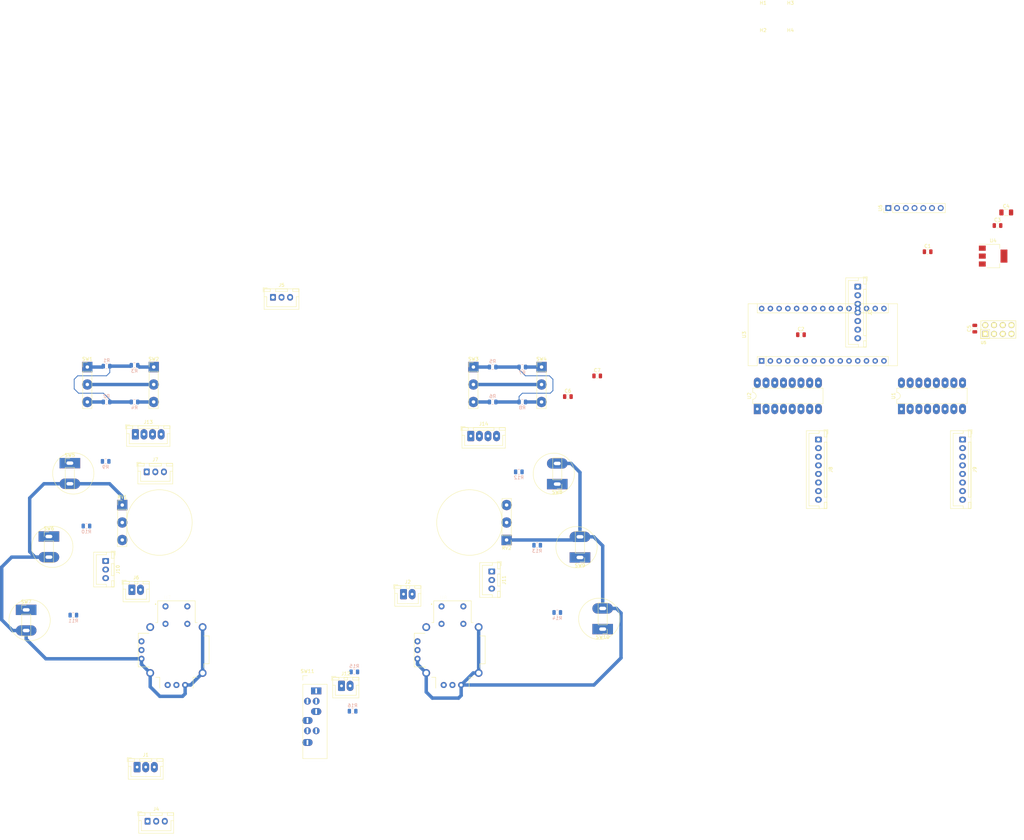
<source format=kicad_pcb>
(kicad_pcb (version 20171130) (host pcbnew 5.1.5)
  (layers (0 F.Cu signal) (31 B.Cu signal) (34 B.Paste user) (35 F.Paste user) (36 B.SilkS user) (37 F.SilkS user) (38 B.Mask user) (39 F.Mask user) (44 Edge.Cuts user))
  (net 0 "")
  (net 1 GND)
  (net 2 +5V)
  (net 3 +3V3)
  (net 4 A4)
  (net 5 A6)
  (net 6 PL)
  (net 7 "Net-(U1-Pad9)")
  (net 8 CP)
  (net 9 "Net-(U1-Pad7)")
  (net 10 "Net-(U2-Pad7)")
  (net 11 Q7)
  (net 12 "Net-(U3-Pad1)")
  (net 13 "Net-(U3-Pad17)")
  (net 14 "Net-(U3-Pad2)")
  (net 15 "Net-(U3-Pad18)")
  (net 16 "Net-(U3-Pad3)")
  (net 17 CS)
  (net 18 DC)
  (net 19 RESET)
  (net 20 SDA)
  (net 21 SCK)
  (net 22 CE)
  (net 23 CSN)
  (net 24 "Net-(U3-Pad28)")
  (net 25 MOSI)
  (net 26 "Net-(U3-Pad30)")
  (net 27 MISO)
  (net 28 "Net-(U5-Pad8)")
  (net 29 "Net-(U7-PadB2A)")
  (net 30 "Net-(U7-PadB1A)")
  (net 31 "Net-(U8-PadB1A)")
  (net 32 "Net-(U8-PadB2A)")
  (net 33 P6)
  (net 34 P7)
  (net 35 "Net-(SW11-Pad5)")
  (net 36 "Net-(J2-Pad1)")
  (net 37 "Net-(J2-Pad2)")
  (net 38 "Net-(J3-Pad7)")
  (net 39 "Net-(J3-Pad6)")
  (net 40 "Net-(J3-Pad5)")
  (net 41 "Net-(J3-Pad4)")
  (net 42 "Net-(J3-Pad3)")
  (net 43 "Net-(J3-Pad2)")
  (net 44 "Net-(J3-Pad1)")
  (net 45 A5)
  (net 46 "Net-(J6-Pad2)")
  (net 47 "Net-(J6-Pad1)")
  (net 48 "Net-(J8-Pad1)")
  (net 49 "Net-(J8-Pad2)")
  (net 50 "Net-(J8-Pad3)")
  (net 51 "Net-(J8-Pad4)")
  (net 52 "Net-(J8-Pad5)")
  (net 53 "Net-(J8-Pad6)")
  (net 54 "Net-(J8-Pad7)")
  (net 55 "Net-(J8-Pad8)")
  (net 56 "Net-(J9-Pad1)")
  (net 57 "Net-(J9-Pad2)")
  (net 58 "Net-(J9-Pad3)")
  (net 59 "Net-(J9-Pad4)")
  (net 60 "Net-(J9-Pad5)")
  (net 61 "Net-(J9-Pad6)")
  (net 62 "Net-(J9-Pad7)")
  (net 63 "Net-(J9-Pad8)")
  (net 64 BAT)
  (net 65 "Net-(J10-Pad1)")
  (net 66 "Net-(J10-Pad2)")
  (net 67 "Net-(J10-Pad3)")
  (net 68 "Net-(J11-Pad3)")
  (net 69 "Net-(J11-Pad2)")
  (net 70 "Net-(J11-Pad1)")
  (net 71 "Net-(J13-Pad4)")
  (net 72 "Net-(J13-Pad3)")
  (net 73 "Net-(J13-Pad2)")
  (net 74 "Net-(J13-Pad1)")
  (net 75 "Net-(J14-Pad1)")
  (net 76 "Net-(J14-Pad2)")
  (net 77 "Net-(J14-Pad3)")
  (net 78 "Net-(J14-Pad4)")
  (module Capacitor_SMD:C_0805_2012Metric (layer F.Cu) (at 304.8 101.6)
    (fp_text reference C1 (at 0 -1.65) (layer F.SilkS))
    (fp_text value 1u)
    (pad 2 smd roundrect (at 0.9375 0) (size 0.975 1.4) (layers F.Cu F.Paste F.Mask) (net 1 GND))
    (pad 1 smd roundrect (at -0.9375 0) (size 0.975 1.4) (layers F.Cu F.Paste F.Mask) (net 2 +5V))
  )
  (module Capacitor_SMD:C_0805_2012Metric (layer F.Cu) (at 267.97 125.73)
    (fp_text reference C2 (at 0 -1.65) (layer F.SilkS))
    (fp_text value 1u)
    (pad 1 smd roundrect (at -0.9375 0) (size 0.975 1.4) (layers F.Cu F.Paste F.Mask) (net 2 +5V))
    (pad 2 smd roundrect (at 0.9375 0) (size 0.975 1.4) (layers F.Cu F.Paste F.Mask) (net 1 GND))
  )
  (module Capacitor_SMD:C_0805_2012Metric (layer F.Cu) (at 325.12 93.98)
    (fp_text reference C3 (at 0 -1.65) (layer F.SilkS))
    (fp_text value 1u)
    (pad 2 smd roundrect (at 0.9375 0) (size 0.975 1.4) (layers F.Cu F.Paste F.Mask) (net 1 GND))
    (pad 1 smd roundrect (at -0.9375 0) (size 0.975 1.4) (layers F.Cu F.Paste F.Mask) (net 2 +5V))
  )
  (module Capacitor_SMD:C_1206_3216Metric (layer F.Cu) (at 327.66 90.17)
    (fp_text reference C4 (at 0 -1.82) (layer F.SilkS))
    (fp_text value 22u)
    (pad 1 smd roundrect (at -1.4 0) (size 1.25 1.75) (layers F.Cu F.Paste F.Mask) (roundrect_rratio 0.2) (net 3 +3V3))
    (pad 2 smd roundrect (at 1.4 0) (size 1.25 1.75) (layers F.Cu F.Paste F.Mask) (roundrect_rratio 0.2) (net 1 GND))
  )
  (module Capacitor_SMD:C_0805_2012Metric (layer F.Cu) (at 318.516 123.952 90)
    (fp_text reference C5 (at 0 -1.65 90) (layer F.SilkS))
    (fp_text value 1u)
    (pad 1 smd roundrect (at -0.9375 0 90) (size 0.975 1.4) (layers F.Cu F.Paste F.Mask) (net 1 GND))
    (pad 2 smd roundrect (at 0.9375 0 90) (size 0.975 1.4) (layers F.Cu F.Paste F.Mask) (net 3 +3V3))
  )
  (module Capacitor_SMD:C_0805_2012Metric (layer F.Cu) (at 200.193001 143.725001)
    (fp_text reference C6 (at 0 -1.65) (layer F.SilkS))
    (fp_text value 100n)
    (pad 2 smd roundrect (at 0.9375 0) (size 0.975 1.4) (layers F.Cu F.Paste F.Mask) (net 1 GND))
    (pad 1 smd roundrect (at -0.9375 0) (size 0.975 1.4) (layers F.Cu F.Paste F.Mask) (net 2 +5V))
  )
  (module Capacitor_SMD:C_0805_2012Metric (layer F.Cu) (at 208.713001 137.715001)
    (fp_text reference C7 (at 0 -1.65) (layer F.SilkS))
    (fp_text value 100n)
    (pad 1 smd roundrect (at -0.9375 0) (size 0.975 1.4) (layers F.Cu F.Paste F.Mask) (net 2 +5V))
    (pad 2 smd roundrect (at 0.9375 0) (size 0.975 1.4) (layers F.Cu F.Paste F.Mask) (net 1 GND))
  )
  (module Resistor_SMD:R_0805_2012Metric (layer B.Cu) (at 66.04 134.874 180)
    (fp_text reference R1 (at 0 1.65) (layer B.SilkS) (effects (justify mirror)))
    (fp_text value 10k)
    (pad 1 smd roundrect (at -0.9375 0 180) (size 0.975 1.4) (layers B.Cu B.Paste B.Mask) (net 2 +5V))
    (pad 2 smd roundrect (at 0.9375 0 180) (size 0.975 1.4) (layers B.Cu B.Paste B.Mask) (net 74 "Net-(J13-Pad1)"))
  )
  (module Resistor_SMD:R_0805_2012Metric (layer B.Cu) (at 66.04 145.288 180)
    (fp_text reference R2 (at 0 1.65) (layer B.SilkS) (effects (justify mirror)))
    (fp_text value 10k)
    (pad 2 smd roundrect (at 0.9375 0 180) (size 0.975 1.4) (layers B.Cu B.Paste B.Mask) (net 73 "Net-(J13-Pad2)"))
    (pad 1 smd roundrect (at -0.9375 0 180) (size 0.975 1.4) (layers B.Cu B.Paste B.Mask) (net 2 +5V))
  )
  (module Resistor_SMD:R_0805_2012Metric (layer B.Cu) (at 74.168 134.62)
    (fp_text reference R3 (at 0 1.65) (layer B.SilkS) (effects (justify mirror)))
    (fp_text value 10k)
    (pad 1 smd roundrect (at -0.9375 0) (size 0.975 1.4) (layers B.Cu B.Paste B.Mask) (net 2 +5V))
    (pad 2 smd roundrect (at 0.9375 0) (size 0.975 1.4) (layers B.Cu B.Paste B.Mask) (net 72 "Net-(J13-Pad3)"))
  )
  (module Resistor_SMD:R_0805_2012Metric (layer B.Cu) (at 74.168 145.288)
    (fp_text reference R4 (at 0 1.65) (layer B.SilkS) (effects (justify mirror)))
    (fp_text value 10k)
    (pad 2 smd roundrect (at 0.9375 0) (size 0.975 1.4) (layers B.Cu B.Paste B.Mask) (net 71 "Net-(J13-Pad4)"))
    (pad 1 smd roundrect (at -0.9375 0) (size 0.975 1.4) (layers B.Cu B.Paste B.Mask) (net 2 +5V))
  )
  (module Resistor_SMD:R_0805_2012Metric (layer B.Cu) (at 178.308 135.128 180)
    (fp_text reference R5 (at 0 1.65) (layer B.SilkS) (effects (justify mirror)))
    (fp_text value 10k)
    (pad 1 smd roundrect (at -0.9375 0 180) (size 0.975 1.4) (layers B.Cu B.Paste B.Mask) (net 2 +5V))
    (pad 2 smd roundrect (at 0.9375 0 180) (size 0.975 1.4) (layers B.Cu B.Paste B.Mask) (net 75 "Net-(J14-Pad1)"))
  )
  (module Resistor_SMD:R_0805_2012Metric (layer B.Cu) (at 178.308 145.288 180)
    (fp_text reference R6 (at 0 1.65) (layer B.SilkS) (effects (justify mirror)))
    (fp_text value 10k)
    (pad 2 smd roundrect (at 0.9375 0 180) (size 0.975 1.4) (layers B.Cu B.Paste B.Mask) (net 76 "Net-(J14-Pad2)"))
    (pad 1 smd roundrect (at -0.9375 0 180) (size 0.975 1.4) (layers B.Cu B.Paste B.Mask) (net 2 +5V))
  )
  (module Resistor_SMD:R_0805_2012Metric (layer B.Cu) (at 186.944 135.128)
    (fp_text reference R7 (at 0 1.65) (layer B.SilkS) (effects (justify mirror)))
    (fp_text value 10k)
    (pad 1 smd roundrect (at -0.9375 0) (size 0.975 1.4) (layers B.Cu B.Paste B.Mask) (net 2 +5V))
    (pad 2 smd roundrect (at 0.9375 0) (size 0.975 1.4) (layers B.Cu B.Paste B.Mask) (net 77 "Net-(J14-Pad3)"))
  )
  (module Resistor_SMD:R_0805_2012Metric (layer B.Cu) (at 186.944 145.288)
    (fp_text reference R8 (at 0 1.65) (layer B.SilkS) (effects (justify mirror)))
    (fp_text value 10k)
    (pad 1 smd roundrect (at -0.9375 0) (size 0.975 1.4) (layers B.Cu B.Paste B.Mask) (net 2 +5V))
    (pad 2 smd roundrect (at 0.9375 0) (size 0.975 1.4) (layers B.Cu B.Paste B.Mask) (net 78 "Net-(J14-Pad4)"))
  )
  (module Resistor_SMD:R_0805_2012Metric (layer B.Cu) (at 65.786 162.56)
    (fp_text reference R9 (at 0 1.65) (layer B.SilkS) (effects (justify mirror)))
    (fp_text value 10K)
    (pad 2 smd roundrect (at 0.9375 0) (size 0.975 1.4) (layers B.Cu B.Paste B.Mask) (net 65 "Net-(J10-Pad1)"))
    (pad 1 smd roundrect (at -0.9375 0) (size 0.975 1.4) (layers B.Cu B.Paste B.Mask) (net 2 +5V))
  )
  (module Resistor_SMD:R_0805_2012Metric (layer B.Cu) (at 60.198 181.356)
    (fp_text reference R10 (at 0 1.65) (layer B.SilkS) (effects (justify mirror)))
    (fp_text value 10K)
    (pad 2 smd roundrect (at 0.9375 0) (size 0.975 1.4) (layers B.Cu B.Paste B.Mask) (net 66 "Net-(J10-Pad2)"))
    (pad 1 smd roundrect (at -0.9375 0) (size 0.975 1.4) (layers B.Cu B.Paste B.Mask) (net 2 +5V))
  )
  (module Resistor_SMD:R_0805_2012Metric (layer B.Cu) (at 56.388 207.264)
    (fp_text reference R11 (at 0 1.65) (layer B.SilkS) (effects (justify mirror)))
    (fp_text value 10K)
    (pad 2 smd roundrect (at 0.9375 0) (size 0.975 1.4) (layers B.Cu B.Paste B.Mask) (net 67 "Net-(J10-Pad3)"))
    (pad 1 smd roundrect (at -0.9375 0) (size 0.975 1.4) (layers B.Cu B.Paste B.Mask) (net 2 +5V))
  )
  (module Resistor_SMD:R_0805_2012Metric (layer B.Cu) (at 185.928 165.608)
    (fp_text reference R12 (at 0 1.65) (layer B.SilkS) (effects (justify mirror)))
    (fp_text value 10K)
    (pad 1 smd roundrect (at -0.9375 0) (size 0.975 1.4) (layers B.Cu B.Paste B.Mask) (net 2 +5V))
    (pad 2 smd roundrect (at 0.9375 0) (size 0.975 1.4) (layers B.Cu B.Paste B.Mask) (net 70 "Net-(J11-Pad1)"))
  )
  (module Remote:Switch_1x03_P5.08mm (layer F.Cu) (at 60.452 135.128)
    (fp_text reference SW1 (at 0 -2.33) (layer F.SilkS))
    (fp_text value SW_SPDT_MSM)
    (pad 3 thru_hole oval (at 0 10.16) (size 3 3) (drill 1) (layers *.Cu *.Mask) (net 73 "Net-(J13-Pad2)"))
    (pad 2 thru_hole oval (at 0 5.08) (size 3 3) (drill 1) (layers *.Cu *.Mask) (net 1 GND))
    (pad 1 thru_hole rect (at 0 0) (size 3 3) (drill 1) (layers *.Cu *.Mask) (net 74 "Net-(J13-Pad1)"))
  )
  (module Remote:Switch_1x03_P5.08mm (layer F.Cu) (at 79.756 135.128)
    (fp_text reference SW2 (at 0 -2.33) (layer F.SilkS))
    (fp_text value SW_SPDT_MSM)
    (pad 1 thru_hole rect (at 0 0) (size 3 3) (drill 1) (layers *.Cu *.Mask) (net 72 "Net-(J13-Pad3)"))
    (pad 2 thru_hole oval (at 0 5.08) (size 3 3) (drill 1) (layers *.Cu *.Mask) (net 1 GND))
    (pad 3 thru_hole oval (at 0 10.16) (size 3 3) (drill 1) (layers *.Cu *.Mask) (net 71 "Net-(J13-Pad4)"))
  )
  (module Remote:Switch_1x03_P5.08mm (layer F.Cu) (at 172.72 135.128)
    (fp_text reference SW3 (at 0 -2.33) (layer F.SilkS))
    (fp_text value SW_SPDT_MSM)
    (pad 3 thru_hole oval (at 0 10.16) (size 3 3) (drill 1) (layers *.Cu *.Mask) (net 76 "Net-(J14-Pad2)"))
    (pad 2 thru_hole oval (at 0 5.08) (size 3 3) (drill 1) (layers *.Cu *.Mask) (net 1 GND))
    (pad 1 thru_hole rect (at 0 0) (size 3 3) (drill 1) (layers *.Cu *.Mask) (net 75 "Net-(J14-Pad1)"))
  )
  (module Remote:Switch_1x03_P5.08mm (layer F.Cu) (at 192.532 135.128)
    (fp_text reference SW4 (at 0 -2.33) (layer F.SilkS))
    (fp_text value SW_SPDT_MSM)
    (pad 1 thru_hole rect (at 0 0) (size 3 3) (drill 1) (layers *.Cu *.Mask) (net 77 "Net-(J14-Pad3)"))
    (pad 2 thru_hole oval (at 0 5.08) (size 3 3) (drill 1) (layers *.Cu *.Mask) (net 1 GND))
    (pad 3 thru_hole oval (at 0 10.16) (size 3 3) (drill 1) (layers *.Cu *.Mask) (net 78 "Net-(J14-Pad4)"))
  )
  (module Module:Arduino_Nano (layer F.Cu) (at 256.54 133.35 90)
    (fp_text reference U3 (at 7.62 -5.08 90) (layer F.SilkS))
    (fp_text value Arduino_Nano_v3.x)
    (pad 1 thru_hole rect (at 0 0 90) (size 1.6 1.6) (drill 0.8) (layers *.Cu *.Mask) (net 12 "Net-(U3-Pad1)"))
    (pad 17 thru_hole oval (at 15.24 33.02 90) (size 1.6 1.6) (drill 0.8) (layers *.Cu *.Mask) (net 13 "Net-(U3-Pad17)"))
    (pad 2 thru_hole oval (at 0 2.54 90) (size 1.6 1.6) (drill 0.8) (layers *.Cu *.Mask) (net 14 "Net-(U3-Pad2)"))
    (pad 18 thru_hole oval (at 15.24 30.48 90) (size 1.6 1.6) (drill 0.8) (layers *.Cu *.Mask) (net 15 "Net-(U3-Pad18)"))
    (pad 3 thru_hole oval (at 0 5.08 90) (size 1.6 1.6) (drill 0.8) (layers *.Cu *.Mask) (net 16 "Net-(U3-Pad3)"))
    (pad 19 thru_hole oval (at 15.24 27.94 90) (size 1.6 1.6) (drill 0.8) (layers *.Cu *.Mask) (net 44 "Net-(J3-Pad1)"))
    (pad 4 thru_hole oval (at 0 7.62 90) (size 1.6 1.6) (drill 0.8) (layers *.Cu *.Mask) (net 1 GND))
    (pad 20 thru_hole oval (at 15.24 25.4 90) (size 1.6 1.6) (drill 0.8) (layers *.Cu *.Mask) (net 43 "Net-(J3-Pad2)"))
    (pad 5 thru_hole oval (at 0 10.16 90) (size 1.6 1.6) (drill 0.8) (layers *.Cu *.Mask) (net 17 CS))
    (pad 21 thru_hole oval (at 15.24 22.86 90) (size 1.6 1.6) (drill 0.8) (layers *.Cu *.Mask) (net 42 "Net-(J3-Pad3)"))
    (pad 6 thru_hole oval (at 0 12.7 90) (size 1.6 1.6) (drill 0.8) (layers *.Cu *.Mask) (net 18 DC))
    (pad 22 thru_hole oval (at 15.24 20.32 90) (size 1.6 1.6) (drill 0.8) (layers *.Cu *.Mask) (net 41 "Net-(J3-Pad4)"))
    (pad 7 thru_hole oval (at 0 15.24 90) (size 1.6 1.6) (drill 0.8) (layers *.Cu *.Mask) (net 19 RESET))
    (pad 23 thru_hole oval (at 15.24 17.78 90) (size 1.6 1.6) (drill 0.8) (layers *.Cu *.Mask) (net 40 "Net-(J3-Pad5)"))
    (pad 8 thru_hole oval (at 0 17.78 90) (size 1.6 1.6) (drill 0.8) (layers *.Cu *.Mask) (net 20 SDA))
    (pad 24 thru_hole oval (at 15.24 15.24 90) (size 1.6 1.6) (drill 0.8) (layers *.Cu *.Mask) (net 39 "Net-(J3-Pad6)"))
    (pad 9 thru_hole oval (at 0 20.32 90) (size 1.6 1.6) (drill 0.8) (layers *.Cu *.Mask) (net 21 SCK))
    (pad 25 thru_hole oval (at 15.24 12.7 90) (size 1.6 1.6) (drill 0.8) (layers *.Cu *.Mask) (net 38 "Net-(J3-Pad7)"))
    (pad 10 thru_hole oval (at 0 22.86 90) (size 1.6 1.6) (drill 0.8) (layers *.Cu *.Mask) (net 22 CE))
    (pad 26 thru_hole oval (at 15.24 10.16 90) (size 1.6 1.6) (drill 0.8) (layers *.Cu *.Mask) (net 6 PL))
    (pad 11 thru_hole oval (at 0 25.4 90) (size 1.6 1.6) (drill 0.8) (layers *.Cu *.Mask) (net 23 CSN))
    (pad 27 thru_hole oval (at 15.24 7.62 90) (size 1.6 1.6) (drill 0.8) (layers *.Cu *.Mask) (net 2 +5V))
    (pad 12 thru_hole oval (at 0 27.94 90) (size 1.6 1.6) (drill 0.8) (layers *.Cu *.Mask) (net 8 CP))
    (pad 28 thru_hole oval (at 15.24 5.08 90) (size 1.6 1.6) (drill 0.8) (layers *.Cu *.Mask) (net 24 "Net-(U3-Pad28)"))
    (pad 13 thru_hole oval (at 0 30.48 90) (size 1.6 1.6) (drill 0.8) (layers *.Cu *.Mask) (net 11 Q7))
    (pad 29 thru_hole oval (at 15.24 2.54 90) (size 1.6 1.6) (drill 0.8) (layers *.Cu *.Mask) (net 1 GND))
    (pad 14 thru_hole oval (at 0 33.02 90) (size 1.6 1.6) (drill 0.8) (layers *.Cu *.Mask) (net 25 MOSI))
    (pad 30 thru_hole oval (at 15.24 0 90) (size 1.6 1.6) (drill 0.8) (layers *.Cu *.Mask) (net 26 "Net-(U3-Pad30)"))
    (pad 15 thru_hole oval (at 0 35.56 90) (size 1.6 1.6) (drill 0.8) (layers *.Cu *.Mask) (net 27 MISO))
    (pad 16 thru_hole oval (at 15.24 35.56 90) (size 1.6 1.6) (drill 0.8) (layers *.Cu *.Mask) (net 21 SCK))
  )
  (module Package_TO_SOT_SMD:SOT-223 (layer F.Cu) (at 323.85 102.87)
    (fp_text reference U4 (at 0 -4.5) (layer F.SilkS))
    (fp_text value AP1117)
    (pad 4 smd rect (at 3.15 0) (size 2 3.8) (layers F.Cu F.Paste F.Mask) (net 3 +3V3))
    (pad 2 smd rect (at -3.15 0) (size 2 1.5) (layers F.Cu F.Paste F.Mask) (net 3 +3V3))
    (pad 3 smd rect (at -3.15 2.3) (size 2 1.5) (layers F.Cu F.Paste F.Mask) (net 2 +5V))
    (pad 1 smd rect (at -3.15 -2.3) (size 2 1.5) (layers F.Cu F.Paste F.Mask) (net 1 GND))
  )
  (module Remote:XDCR_COM-09032 (layer F.Cu) (at 86.36 217.424)
    (fp_text reference U7 (at -2.625 -15.235) (layer F.SilkS) (effects (font (thickness 0.015))))
    (fp_text value COM-09032)
    (pad V3 thru_hole circle (at -10.16 2.54) (size 1.778 1.778) (drill 0.889) (layers *.Cu *.Mask) (net 1 GND))
    (pad V2 thru_hole circle (at -10.16 0) (size 1.778 1.778) (drill 0.889) (layers *.Cu *.Mask) (net 47 "Net-(J6-Pad1)"))
    (pad V1 thru_hole circle (at -10.16 -2.54) (size 1.778 1.778) (drill 0.889) (layers *.Cu *.Mask) (net 2 +5V))
    (pad S4 thru_hole circle (at 7.62 -6.6675) (size 2.286 2.286) (drill 1.397) (layers *.Cu *.Mask) (net 1 GND))
    (pad S3 thru_hole circle (at 7.62 6.6675) (size 2.286 2.286) (drill 1.397) (layers *.Cu *.Mask) (net 1 GND))
    (pad S2 thru_hole circle (at -7.62 6.6675) (size 2.286 2.286) (drill 1.397) (layers *.Cu *.Mask) (net 1 GND))
    (pad S1 thru_hole circle (at -7.62 -6.6675) (size 2.286 2.286) (drill 1.397) (layers *.Cu *.Mask) (net 1 GND))
    (pad H3 thru_hole circle (at 2.54 10.16) (size 1.778 1.778) (drill 0.889) (layers *.Cu *.Mask) (net 1 GND))
    (pad H2 thru_hole circle (at 0 10.16) (size 1.778 1.778) (drill 0.889) (layers *.Cu *.Mask) (net 46 "Net-(J6-Pad2)"))
    (pad H1 thru_hole circle (at -2.54 10.16) (size 1.778 1.778) (drill 0.889) (layers *.Cu *.Mask) (net 2 +5V))
    (pad B2B thru_hole circle (at 3.175 -7.62) (size 1.778 1.778) (drill 0.9) (layers *.Cu *.Mask))
    (pad B2A thru_hole circle (at -3.175 -7.62) (size 1.778 1.778) (drill 0.9) (layers *.Cu *.Mask) (net 29 "Net-(U7-PadB2A)"))
    (pad B1B thru_hole circle (at 3.175 -12.7) (size 1.778 1.778) (drill 0.9) (layers *.Cu *.Mask))
    (pad B1A thru_hole circle (at -3.175 -12.7) (size 1.778 1.778) (drill 0.9) (layers *.Cu *.Mask) (net 30 "Net-(U7-PadB1A)"))
  )
  (module Remote:XDCR_COM-09032 (layer F.Cu) (at 166.624 217.424)
    (fp_text reference U8 (at -2.625 -15.235) (layer F.SilkS) (effects (font (thickness 0.015))))
    (fp_text value COM-09032)
    (pad B1A thru_hole circle (at -3.175 -12.7) (size 1.778 1.778) (drill 0.9) (layers *.Cu *.Mask) (net 31 "Net-(U8-PadB1A)"))
    (pad B1B thru_hole circle (at 3.175 -12.7) (size 1.778 1.778) (drill 0.9) (layers *.Cu *.Mask))
    (pad B2A thru_hole circle (at -3.175 -7.62) (size 1.778 1.778) (drill 0.9) (layers *.Cu *.Mask) (net 32 "Net-(U8-PadB2A)"))
    (pad B2B thru_hole circle (at 3.175 -7.62) (size 1.778 1.778) (drill 0.9) (layers *.Cu *.Mask))
    (pad H1 thru_hole circle (at -2.54 10.16) (size 1.778 1.778) (drill 0.889) (layers *.Cu *.Mask) (net 2 +5V))
    (pad H2 thru_hole circle (at 0 10.16) (size 1.778 1.778) (drill 0.889) (layers *.Cu *.Mask) (net 37 "Net-(J2-Pad2)"))
    (pad H3 thru_hole circle (at 2.54 10.16) (size 1.778 1.778) (drill 0.889) (layers *.Cu *.Mask) (net 1 GND))
    (pad S1 thru_hole circle (at -7.62 -6.6675) (size 2.286 2.286) (drill 1.397) (layers *.Cu *.Mask) (net 1 GND))
    (pad S2 thru_hole circle (at -7.62 6.6675) (size 2.286 2.286) (drill 1.397) (layers *.Cu *.Mask) (net 1 GND))
    (pad S3 thru_hole circle (at 7.62 6.6675) (size 2.286 2.286) (drill 1.397) (layers *.Cu *.Mask) (net 1 GND))
    (pad S4 thru_hole circle (at 7.62 -6.6675) (size 2.286 2.286) (drill 1.397) (layers *.Cu *.Mask) (net 1 GND))
    (pad V1 thru_hole circle (at -10.16 -2.54) (size 1.778 1.778) (drill 0.889) (layers *.Cu *.Mask) (net 2 +5V))
    (pad V2 thru_hole circle (at -10.16 0) (size 1.778 1.778) (drill 0.889) (layers *.Cu *.Mask) (net 36 "Net-(J2-Pad1)"))
    (pad V3 thru_hole circle (at -10.16 2.54) (size 1.778 1.778) (drill 0.889) (layers *.Cu *.Mask) (net 1 GND))
  )
  (module MountingHole:MountingHole_3.2mm_M3 (layer F.Cu) (at 256.967001 33.447001)
    (fp_text reference H1 (at 0 -4.2) (layer F.SilkS))
    (fp_text value MountingHole)
    (pad 1 np_thru_hole circle (at 0 0) (size 3.2 3.2) (drill 3.2) (layers *.Cu *.Mask))
  )
  (module MountingHole:MountingHole_3.2mm_M3 (layer F.Cu) (at 256.967001 41.397001)
    (fp_text reference H2 (at 0 -4.2) (layer F.SilkS))
    (fp_text value MountingHole)
    (pad 1 np_thru_hole circle (at 0 0) (size 3.2 3.2) (drill 3.2) (layers *.Cu *.Mask))
  )
  (module MountingHole:MountingHole_3.2mm_M3 (layer F.Cu) (at 264.917001 33.447001)
    (fp_text reference H3 (at 0 -4.2) (layer F.SilkS))
    (fp_text value MountingHole)
    (pad 1 np_thru_hole circle (at 0 0) (size 3.2 3.2) (drill 3.2) (layers *.Cu *.Mask))
  )
  (module MountingHole:MountingHole_3.2mm_M3 (layer F.Cu) (at 264.917001 41.397001)
    (fp_text reference H4 (at 0 -4.2) (layer F.SilkS))
    (fp_text value MountingHole)
    (pad 1 np_thru_hole circle (at 0 0) (size 3.2 3.2) (drill 3.2) (layers *.Cu *.Mask))
  )
  (module Remote:Display_OLED_7pin_4SPI (layer F.Cu) (at 293.37 88.9 90)
    (fp_text reference U6 (at 0 -2.33 90) (layer F.SilkS))
    (fp_text value OLED_7pin_4SPI)
    (pad 1 thru_hole rect (at 0 0 90) (size 1.7 1.7) (drill 1) (layers *.Cu *.Mask) (net 1 GND))
    (pad 2 thru_hole oval (at 0 2.54 90) (size 1.7 1.7) (drill 1) (layers *.Cu *.Mask) (net 2 +5V))
    (pad 3 thru_hole oval (at 0 5.08 90) (size 1.7 1.7) (drill 1) (layers *.Cu *.Mask) (net 21 SCK))
    (pad 4 thru_hole oval (at 0 7.62 90) (size 1.7 1.7) (drill 1) (layers *.Cu *.Mask) (net 20 SDA))
    (pad 5 thru_hole oval (at 0 10.16 90) (size 1.7 1.7) (drill 1) (layers *.Cu *.Mask) (net 19 RESET))
    (pad 6 thru_hole oval (at 0 12.7 90) (size 1.7 1.7) (drill 1) (layers *.Cu *.Mask) (net 18 DC))
    (pad 7 thru_hole oval (at 0 15.24 90) (size 1.7 1.7) (drill 1) (layers *.Cu *.Mask) (net 17 CS))
  )
  (module Remote:nRF24L01 (layer F.Cu) (at 320.04 127 180)
    (fp_text reference U5 (at -1.016 -1.016) (layer F.SilkS) (effects (font (size 0.8 0.8) (thickness 0.16))))
    (fp_text value nRF24L01+ hide)
    (pad 7 thru_hole oval (at -9.144 1.524 180) (size 1.7272 1.7272) (drill 1.016) (layers *.Cu *.Mask F.SilkS) (net 27 MISO))
    (pad 8 thru_hole oval (at -9.144 4.064 180) (size 1.7272 1.7272) (drill 1.016) (layers *.Cu *.Mask F.SilkS) (net 28 "Net-(U5-Pad8)"))
    (pad 5 thru_hole oval (at -6.604 1.524 180) (size 1.7272 1.7272) (drill 1.016) (layers *.Cu *.Mask F.SilkS) (net 21 SCK))
    (pad 6 thru_hole oval (at -6.604 4.064 180) (size 1.7272 1.7272) (drill 1.016) (layers *.Cu *.Mask F.SilkS) (net 25 MOSI))
    (pad 3 thru_hole oval (at -4.064 1.524 180) (size 1.7272 1.7272) (drill 1.016) (layers *.Cu *.Mask F.SilkS) (net 22 CE))
    (pad 4 thru_hole oval (at -4.064 4.064 180) (size 1.7272 1.7272) (drill 1.016) (layers *.Cu *.Mask F.SilkS) (net 23 CSN))
    (pad 1 thru_hole rect (at -1.524 1.524 180) (size 1.7272 1.7272) (drill 1.016) (layers *.Cu *.Mask F.SilkS) (net 1 GND))
    (pad 2 thru_hole oval (at -1.524 4.064 180) (size 1.7272 1.7272) (drill 1.016) (layers *.Cu *.Mask F.SilkS) (net 3 +3V3))
  )
  (module Milling:JST_XH_B03B-XH-A_1x03_P2.50mm_Vertical_Milling (layer F.Cu) (at 74.93 251.46)
    (fp_text reference J1 (at 2.5 -3.55) (layer F.SilkS))
    (fp_text value Conn_01x03)
    (pad 1 thru_hole roundrect (at 0 0) (size 2 3) (drill 0.8) (layers *.Cu *.Mask) (roundrect_rratio 0.147) (net 2 +5V))
    (pad 2 thru_hole oval (at 2.5 0) (size 2 3) (drill 0.8) (layers *.Cu *.Mask) (net 64 BAT))
    (pad 3 thru_hole oval (at 5 0) (size 2 3) (drill 0.8) (layers *.Cu *.Mask) (net 1 GND))
  )
  (module Resistor_SMD:R_0805_2012Metric (layer B.Cu) (at 191.262 186.944)
    (fp_text reference R13 (at 0 1.65) (layer B.SilkS) (effects (justify mirror)))
    (fp_text value 10k)
    (pad 2 smd roundrect (at 0.9375 0) (size 0.975 1.4) (layers B.Cu B.Paste B.Mask) (net 69 "Net-(J11-Pad2)"))
    (pad 1 smd roundrect (at -0.9375 0) (size 0.975 1.4) (layers B.Cu B.Paste B.Mask) (net 2 +5V))
  )
  (module Resistor_SMD:R_0805_2012Metric (layer B.Cu) (at 197.104 206.502)
    (fp_text reference R14 (at 0 1.65) (layer B.SilkS) (effects (justify mirror)))
    (fp_text value 10k)
    (pad 1 smd roundrect (at -0.9375 0) (size 0.975 1.4) (layers B.Cu B.Paste B.Mask) (net 2 +5V))
    (pad 2 smd roundrect (at 0.9375 0) (size 0.975 1.4) (layers B.Cu B.Paste B.Mask) (net 68 "Net-(J11-Pad3)"))
  )
  (module Resistor_SMD:R_0805_2012Metric (layer B.Cu) (at 138.0975 223.774 180)
    (fp_text reference R15 (at 0 1.65) (layer B.SilkS) (effects (justify mirror)))
    (fp_text value 10k)
    (pad 2 smd roundrect (at 0.9375 0 180) (size 0.975 1.4) (layers B.Cu B.Paste B.Mask) (net 33 P6))
    (pad 1 smd roundrect (at -0.9375 0 180) (size 0.975 1.4) (layers B.Cu B.Paste B.Mask) (net 2 +5V))
  )
  (module Resistor_SMD:R_0805_2012Metric (layer B.Cu) (at 137.5895 235.204 180)
    (fp_text reference R16 (at 0 1.65) (layer B.SilkS) (effects (justify mirror)))
    (fp_text value 10k)
    (pad 1 smd roundrect (at -0.9375 0 180) (size 0.975 1.4) (layers B.Cu B.Paste B.Mask) (net 2 +5V))
    (pad 2 smd roundrect (at 0.9375 0 180) (size 0.975 1.4) (layers B.Cu B.Paste B.Mask) (net 34 P7))
  )
  (module Remote:Potentiometer_4mm_axis (layer F.Cu) (at 70.612 175.26)
    (fp_text reference RV1 (at 0 -2.33) (layer F.SilkS))
    (fp_text value POT)
    (pad 3 thru_hole oval (at 0 10.16) (size 3 3) (drill 1) (layers *.Cu *.Mask) (net 2 +5V))
    (pad 2 thru_hole oval (at 0 5.08) (size 3 3) (drill 1) (layers *.Cu *.Mask) (net 4 A4))
    (pad 1 thru_hole rect (at 0 0) (size 3 3) (drill 1) (layers *.Cu *.Mask) (net 1 GND))
  )
  (module Remote:Potentiometer_4mm_axis (layer F.Cu) (at 182.372 185.42 180)
    (fp_text reference RV2 (at 0 -2.33) (layer F.SilkS))
    (fp_text value POT)
    (pad 1 thru_hole rect (at 0 0 180) (size 3 3) (drill 1) (layers *.Cu *.Mask) (net 1 GND))
    (pad 2 thru_hole oval (at 0 5.08 180) (size 3 3) (drill 1) (layers *.Cu *.Mask) (net 5 A6))
    (pad 3 thru_hole oval (at 0 10.16 180) (size 3 3) (drill 1) (layers *.Cu *.Mask) (net 2 +5V))
  )
  (module Milling:DIP-16_W7.62mm_Milling (layer F.Cu) (at 297.18 147.32 90)
    (fp_text reference U1 (at 3.81 -2.33 90) (layer F.SilkS))
    (fp_text value 74LS165)
    (pad 16 thru_hole oval (at 7.62 0 90) (size 3 2) (drill 0.8) (layers *.Cu *.Mask) (net 2 +5V))
    (pad 8 thru_hole oval (at 0 17.78 90) (size 3 2) (drill 0.8) (layers *.Cu *.Mask) (net 1 GND))
    (pad 15 thru_hole oval (at 7.62 2.54 90) (size 3 2) (drill 0.8) (layers *.Cu *.Mask) (net 1 GND))
    (pad 7 thru_hole oval (at 0 15.24 90) (size 3 2) (drill 0.8) (layers *.Cu *.Mask) (net 9 "Net-(U1-Pad7)"))
    (pad 14 thru_hole oval (at 7.62 5.08 90) (size 3 2) (drill 0.8) (layers *.Cu *.Mask) (net 59 "Net-(J9-Pad4)"))
    (pad 6 thru_hole oval (at 0 12.7 90) (size 3 2) (drill 0.8) (layers *.Cu *.Mask) (net 60 "Net-(J9-Pad5)"))
    (pad 13 thru_hole oval (at 7.62 7.62 90) (size 3 2) (drill 0.8) (layers *.Cu *.Mask) (net 58 "Net-(J9-Pad3)"))
    (pad 5 thru_hole oval (at 0 10.16 90) (size 3 2) (drill 0.8) (layers *.Cu *.Mask) (net 61 "Net-(J9-Pad6)"))
    (pad 12 thru_hole oval (at 7.62 10.16 90) (size 3 2) (drill 0.8) (layers *.Cu *.Mask) (net 57 "Net-(J9-Pad2)"))
    (pad 4 thru_hole oval (at 0 7.62 90) (size 3 2) (drill 0.8) (layers *.Cu *.Mask) (net 62 "Net-(J9-Pad7)"))
    (pad 11 thru_hole oval (at 7.62 12.7 90) (size 3 2) (drill 0.8) (layers *.Cu *.Mask) (net 56 "Net-(J9-Pad1)"))
    (pad 3 thru_hole oval (at 0 5.08 90) (size 3 2) (drill 0.8) (layers *.Cu *.Mask) (net 63 "Net-(J9-Pad8)"))
    (pad 10 thru_hole oval (at 7.62 15.24 90) (size 3 2) (drill 0.8) (layers *.Cu *.Mask) (net 1 GND))
    (pad 2 thru_hole oval (at 0 2.54 90) (size 3 2) (drill 0.8) (layers *.Cu *.Mask) (net 8 CP))
    (pad 9 thru_hole oval (at 7.62 17.78 90) (size 3 2) (drill 0.8) (layers *.Cu *.Mask) (net 7 "Net-(U1-Pad9)"))
    (pad 1 thru_hole rect (at 0 0 90) (size 3 2) (drill 0.8) (layers *.Cu *.Mask) (net 6 PL))
  )
  (module Milling:DIP-16_W7.62mm_Milling (layer F.Cu) (at 255.27 147.32 90)
    (fp_text reference U2 (at 3.81 -2.33 90) (layer F.SilkS))
    (fp_text value 74LS165)
    (pad 1 thru_hole rect (at 0 0 90) (size 3 2) (drill 0.8) (layers *.Cu *.Mask) (net 6 PL))
    (pad 9 thru_hole oval (at 7.62 17.78 90) (size 3 2) (drill 0.8) (layers *.Cu *.Mask) (net 11 Q7))
    (pad 2 thru_hole oval (at 0 2.54 90) (size 3 2) (drill 0.8) (layers *.Cu *.Mask) (net 8 CP))
    (pad 10 thru_hole oval (at 7.62 15.24 90) (size 3 2) (drill 0.8) (layers *.Cu *.Mask) (net 7 "Net-(U1-Pad9)"))
    (pad 3 thru_hole oval (at 0 5.08 90) (size 3 2) (drill 0.8) (layers *.Cu *.Mask) (net 55 "Net-(J8-Pad8)"))
    (pad 11 thru_hole oval (at 7.62 12.7 90) (size 3 2) (drill 0.8) (layers *.Cu *.Mask) (net 48 "Net-(J8-Pad1)"))
    (pad 4 thru_hole oval (at 0 7.62 90) (size 3 2) (drill 0.8) (layers *.Cu *.Mask) (net 54 "Net-(J8-Pad7)"))
    (pad 12 thru_hole oval (at 7.62 10.16 90) (size 3 2) (drill 0.8) (layers *.Cu *.Mask) (net 49 "Net-(J8-Pad2)"))
    (pad 5 thru_hole oval (at 0 10.16 90) (size 3 2) (drill 0.8) (layers *.Cu *.Mask) (net 53 "Net-(J8-Pad6)"))
    (pad 13 thru_hole oval (at 7.62 7.62 90) (size 3 2) (drill 0.8) (layers *.Cu *.Mask) (net 50 "Net-(J8-Pad3)"))
    (pad 6 thru_hole oval (at 0 12.7 90) (size 3 2) (drill 0.8) (layers *.Cu *.Mask) (net 52 "Net-(J8-Pad5)"))
    (pad 14 thru_hole oval (at 7.62 5.08 90) (size 3 2) (drill 0.8) (layers *.Cu *.Mask) (net 51 "Net-(J8-Pad4)"))
    (pad 7 thru_hole oval (at 0 15.24 90) (size 3 2) (drill 0.8) (layers *.Cu *.Mask) (net 10 "Net-(U2-Pad7)"))
    (pad 15 thru_hole oval (at 7.62 2.54 90) (size 3 2) (drill 0.8) (layers *.Cu *.Mask) (net 1 GND))
    (pad 8 thru_hole oval (at 0 17.78 90) (size 3 2) (drill 0.8) (layers *.Cu *.Mask) (net 1 GND))
    (pad 16 thru_hole oval (at 7.62 0 90) (size 3 2) (drill 0.8) (layers *.Cu *.Mask) (net 2 +5V))
  )
  (module Remote:Switch_1x02_P6mm (layer F.Cu) (at 55.372 163.068)
    (fp_text reference SW5 (at 0 -2.33) (layer F.SilkS))
    (fp_text value SW_Push)
    (pad 2 thru_hole oval (at 0 6) (size 6 3) (drill oval 2 1) (layers *.Cu *.Mask) (net 1 GND))
    (pad 1 thru_hole rect (at 0 0) (size 6 3) (drill oval 2 1) (layers *.Cu *.Mask) (net 65 "Net-(J10-Pad1)"))
  )
  (module Remote:Switch_1x02_P6mm (layer F.Cu) (at 49.276 184.404)
    (fp_text reference SW6 (at 0 -2.33) (layer F.SilkS))
    (fp_text value SW_Push)
    (pad 2 thru_hole oval (at 0 6) (size 6 3) (drill oval 2 1) (layers *.Cu *.Mask) (net 1 GND))
    (pad 1 thru_hole rect (at 0 0) (size 6 3) (drill oval 2 1) (layers *.Cu *.Mask) (net 66 "Net-(J10-Pad2)"))
  )
  (module Remote:Switch_1x02_P6mm (layer F.Cu) (at 42.672 205.74)
    (fp_text reference SW7 (at 0 -2.33) (layer F.SilkS))
    (fp_text value SW_Push)
    (pad 1 thru_hole rect (at 0 0) (size 6 3) (drill oval 2 1) (layers *.Cu *.Mask) (net 67 "Net-(J10-Pad3)"))
    (pad 2 thru_hole oval (at 0 6) (size 6 3) (drill oval 2 1) (layers *.Cu *.Mask) (net 1 GND))
  )
  (module Remote:Switch_1x02_P6mm (layer F.Cu) (at 197.104 169.164 180)
    (fp_text reference SW8 (at 0 -2.33) (layer F.SilkS))
    (fp_text value SW_Push)
    (pad 2 thru_hole oval (at 0 6 180) (size 6 3) (drill oval 2 1) (layers *.Cu *.Mask) (net 1 GND))
    (pad 1 thru_hole rect (at 0 0 180) (size 6 3) (drill oval 2 1) (layers *.Cu *.Mask) (net 70 "Net-(J11-Pad1)"))
  )
  (module Remote:Switch_1x02_P6mm (layer F.Cu) (at 203.708 190.5 180)
    (fp_text reference SW9 (at 0 -2.33) (layer F.SilkS))
    (fp_text value SW_Push)
    (pad 1 thru_hole rect (at 0 0 180) (size 6 3) (drill oval 2 1) (layers *.Cu *.Mask) (net 69 "Net-(J11-Pad2)"))
    (pad 2 thru_hole oval (at 0 6 180) (size 6 3) (drill oval 2 1) (layers *.Cu *.Mask) (net 1 GND))
  )
  (module Remote:Switch_1x02_P6mm (layer F.Cu) (at 210.312 211.328 180)
    (fp_text reference SW10 (at 0 -2.33) (layer F.SilkS))
    (fp_text value SW_Push)
    (pad 1 thru_hole rect (at 0 0 180) (size 6 3) (drill oval 2 1) (layers *.Cu *.Mask) (net 68 "Net-(J11-Pad3)"))
    (pad 2 thru_hole oval (at 0 6 180) (size 6 3) (drill oval 2 1) (layers *.Cu *.Mask) (net 1 GND))
  )
  (module Remote:Switch_2x03_P3mm_Slide (layer F.Cu) (at 124.46 229.296)
    (fp_text reference SW11 (at 0 -5.715) (layer F.SilkS))
    (fp_text value SW_DP3T)
    (pad 1 thru_hole rect (at 2.54 0 180) (size 3 2) (drill oval 0.5 1.5) (layers *.Cu *.Mask) (net 33 P6))
    (pad 4 thru_hole oval (at 2.54 6 90) (size 2 3) (drill oval 1.5 0.5) (layers *.Cu *.Mask) (net 34 P7))
    (pad 3 thru_hole oval (at 0 3 90) (size 2 2) (drill oval 1.5 0.5) (layers *.Cu *.Mask) (net 1 GND))
    (pad 2 thru_hole oval (at 2.54 3 90) (size 2 2) (drill oval 1.5 0.5) (layers *.Cu *.Mask) (net 1 GND))
    (pad 7 thru_hole oval (at 2.54 11.605 270) (size 2 2) (drill oval 1.5 0.5) (layers *.Cu *.Mask) (net 35 "Net-(SW11-Pad5)"))
    (pad 6 thru_hole oval (at 0 11.605 270) (size 2 2) (drill oval 1.5 0.5) (layers *.Cu *.Mask) (net 35 "Net-(SW11-Pad5)"))
    (pad 5 thru_hole oval (at 0 8.605 270) (size 2 3) (drill oval 1.5 0.5) (layers *.Cu *.Mask) (net 35 "Net-(SW11-Pad5)"))
    (pad 8 thru_hole oval (at 0 15 270) (size 2 3) (drill oval 1.5 0.5) (layers *.Cu *.Mask) (net 35 "Net-(SW11-Pad5)"))
  )
  (module Connector_JST:JST_XH_B07B-XH-A_1x07_P2.50mm_Vertical (layer F.Cu) (at 284.48 111.76 270)
    (fp_text reference J3 (at 7.5 -3.55 90) (layer F.SilkS))
    (fp_text value Conn_01x07)
    (pad 1 thru_hole roundrect (at 0 0 270) (size 1.7 1.95) (drill 0.95) (layers *.Cu *.Mask) (roundrect_rratio 0.147059) (net 44 "Net-(J3-Pad1)"))
    (pad 2 thru_hole oval (at 2.5 0 270) (size 1.7 1.95) (drill 0.95) (layers *.Cu *.Mask) (net 43 "Net-(J3-Pad2)"))
    (pad 3 thru_hole oval (at 5 0 270) (size 1.7 1.95) (drill 0.95) (layers *.Cu *.Mask) (net 42 "Net-(J3-Pad3)"))
    (pad 4 thru_hole oval (at 7.5 0 270) (size 1.7 1.95) (drill 0.95) (layers *.Cu *.Mask) (net 41 "Net-(J3-Pad4)"))
    (pad 5 thru_hole oval (at 10 0 270) (size 1.7 1.95) (drill 0.95) (layers *.Cu *.Mask) (net 40 "Net-(J3-Pad5)"))
    (pad 6 thru_hole oval (at 12.5 0 270) (size 1.7 1.95) (drill 0.95) (layers *.Cu *.Mask) (net 39 "Net-(J3-Pad6)"))
    (pad 7 thru_hole oval (at 15 0 270) (size 1.7 1.95) (drill 0.95) (layers *.Cu *.Mask) (net 38 "Net-(J3-Pad7)"))
  )
  (module Connector_JST:JST_XH_B08B-XH-A_1x08_P2.50mm_Vertical (layer F.Cu) (at 273.05 156.21 270)
    (fp_text reference J8 (at 8.75 -3.55 90) (layer F.SilkS))
    (fp_text value Conn_01x08)
    (pad 1 thru_hole roundrect (at 0 0 270) (size 1.7 1.95) (drill 0.95) (layers *.Cu *.Mask) (roundrect_rratio 0.147059) (net 48 "Net-(J8-Pad1)"))
    (pad 2 thru_hole oval (at 2.5 0 270) (size 1.7 1.95) (drill 0.95) (layers *.Cu *.Mask) (net 49 "Net-(J8-Pad2)"))
    (pad 3 thru_hole oval (at 5 0 270) (size 1.7 1.95) (drill 0.95) (layers *.Cu *.Mask) (net 50 "Net-(J8-Pad3)"))
    (pad 4 thru_hole oval (at 7.5 0 270) (size 1.7 1.95) (drill 0.95) (layers *.Cu *.Mask) (net 51 "Net-(J8-Pad4)"))
    (pad 5 thru_hole oval (at 10 0 270) (size 1.7 1.95) (drill 0.95) (layers *.Cu *.Mask) (net 52 "Net-(J8-Pad5)"))
    (pad 6 thru_hole oval (at 12.5 0 270) (size 1.7 1.95) (drill 0.95) (layers *.Cu *.Mask) (net 53 "Net-(J8-Pad6)"))
    (pad 7 thru_hole oval (at 15 0 270) (size 1.7 1.95) (drill 0.95) (layers *.Cu *.Mask) (net 54 "Net-(J8-Pad7)"))
    (pad 8 thru_hole oval (at 17.5 0 270) (size 1.7 1.95) (drill 0.95) (layers *.Cu *.Mask) (net 55 "Net-(J8-Pad8)"))
  )
  (module Connector_JST:JST_XH_B08B-XH-A_1x08_P2.50mm_Vertical (layer F.Cu) (at 314.96 156.21 270)
    (fp_text reference J9 (at 8.75 -3.55 90) (layer F.SilkS))
    (fp_text value Conn_01x08)
    (pad 8 thru_hole oval (at 17.5 0 270) (size 1.7 1.95) (drill 0.95) (layers *.Cu *.Mask) (net 63 "Net-(J9-Pad8)"))
    (pad 7 thru_hole oval (at 15 0 270) (size 1.7 1.95) (drill 0.95) (layers *.Cu *.Mask) (net 62 "Net-(J9-Pad7)"))
    (pad 6 thru_hole oval (at 12.5 0 270) (size 1.7 1.95) (drill 0.95) (layers *.Cu *.Mask) (net 61 "Net-(J9-Pad6)"))
    (pad 5 thru_hole oval (at 10 0 270) (size 1.7 1.95) (drill 0.95) (layers *.Cu *.Mask) (net 60 "Net-(J9-Pad5)"))
    (pad 4 thru_hole oval (at 7.5 0 270) (size 1.7 1.95) (drill 0.95) (layers *.Cu *.Mask) (net 59 "Net-(J9-Pad4)"))
    (pad 3 thru_hole oval (at 5 0 270) (size 1.7 1.95) (drill 0.95) (layers *.Cu *.Mask) (net 58 "Net-(J9-Pad3)"))
    (pad 2 thru_hole oval (at 2.5 0 270) (size 1.7 1.95) (drill 0.95) (layers *.Cu *.Mask) (net 57 "Net-(J9-Pad2)"))
    (pad 1 thru_hole roundrect (at 0 0 270) (size 1.7 1.95) (drill 0.95) (layers *.Cu *.Mask) (roundrect_rratio 0.147059) (net 56 "Net-(J9-Pad1)"))
  )
  (module Milling:JST_XH_B02B-XH-A_1x02_P2.50mm_Vertical_Milling (layer F.Cu) (at 152.4 201.168)
    (fp_text reference J2 (at 1.25 -3.55) (layer F.SilkS))
    (fp_text value Conn_01x02)
    (pad 2 thru_hole oval (at 2.5 0) (size 2 3) (drill 0.8) (layers *.Cu *.Mask) (net 37 "Net-(J2-Pad2)"))
    (pad 1 thru_hole roundrect (at 0 0) (size 2 3) (drill 0.8) (layers *.Cu *.Mask) (roundrect_rratio 0.147) (net 36 "Net-(J2-Pad1)"))
  )
  (module Milling:JST_XH_B03B-XH-A_1x03_P2.50mm_Vertical_Milling (layer F.Cu) (at 77.978 267.208)
    (fp_text reference J4 (at 2.5 -3.55) (layer F.SilkS))
    (fp_text value Conn_01x03)
    (pad 1 thru_hole roundrect (at 0 0) (size 1.7 1.95) (drill 0.95) (layers *.Cu *.Mask) (roundrect_rratio 0.147059) (net 2 +5V))
    (pad 2 thru_hole oval (at 2.5 0) (size 1.7 1.95) (drill 0.95) (layers *.Cu *.Mask) (net 64 BAT))
    (pad 3 thru_hole oval (at 5 0) (size 1.7 1.95) (drill 0.95) (layers *.Cu *.Mask) (net 1 GND))
  )
  (module Milling:JST_XH_B03B-XH-A_1x03_P2.50mm_Vertical_Milling (layer F.Cu) (at 114.425001 114.855001)
    (fp_text reference J5 (at 2.5 -3.55) (layer F.SilkS))
    (fp_text value Conn_01x03)
    (pad 3 thru_hole oval (at 5 0) (size 1.7 1.95) (drill 0.95) (layers *.Cu *.Mask) (net 1 GND))
    (pad 2 thru_hole oval (at 2.5 0) (size 1.7 1.95) (drill 0.95) (layers *.Cu *.Mask) (net 45 A5))
    (pad 1 thru_hole roundrect (at 0 0) (size 1.7 1.95) (drill 0.95) (layers *.Cu *.Mask) (roundrect_rratio 0.147059) (net 2 +5V))
  )
  (module Milling:JST_XH_B02B-XH-A_1x02_P2.50mm_Vertical_Milling (layer F.Cu) (at 73.406 199.898)
    (fp_text reference J6 (at 1.25 -3.55) (layer F.SilkS))
    (fp_text value Conn_01x02)
    (pad 1 thru_hole roundrect (at 0 0) (size 2 3) (drill 0.8) (layers *.Cu *.Mask) (roundrect_rratio 0.147) (net 47 "Net-(J6-Pad1)"))
    (pad 2 thru_hole oval (at 2.5 0) (size 2 3) (drill 0.8) (layers *.Cu *.Mask) (net 46 "Net-(J6-Pad2)"))
  )
  (module Milling:JST_XH_B03B-XH-A_1x03_P2.50mm_Vertical_Milling (layer F.Cu) (at 77.724 165.608)
    (fp_text reference J7 (at 2.5 -3.55) (layer F.SilkS))
    (fp_text value Conn_01x03)
    (pad 1 thru_hole roundrect (at 0 0) (size 1.7 1.95) (drill 0.95) (layers *.Cu *.Mask) (roundrect_rratio 0.147059) (net 4 A4))
    (pad 2 thru_hole oval (at 2.5 0) (size 1.7 1.95) (drill 0.95) (layers *.Cu *.Mask) (net 45 A5))
    (pad 3 thru_hole oval (at 5 0) (size 1.7 1.95) (drill 0.95) (layers *.Cu *.Mask) (net 5 A6))
  )
  (module Milling:JST_XH_B03B-XH-A_1x03_P2.50mm_Vertical_Milling (layer F.Cu) (at 65.786 191.516 270)
    (fp_text reference J10 (at 2.5 -3.55 90) (layer F.SilkS))
    (fp_text value Conn_01x03)
    (pad 3 thru_hole oval (at 5 0 270) (size 1.7 1.95) (drill 0.95) (layers *.Cu *.Mask) (net 67 "Net-(J10-Pad3)"))
    (pad 2 thru_hole oval (at 2.5 0 270) (size 1.7 1.95) (drill 0.95) (layers *.Cu *.Mask) (net 66 "Net-(J10-Pad2)"))
    (pad 1 thru_hole roundrect (at 0 0 270) (size 1.7 1.95) (drill 0.95) (layers *.Cu *.Mask) (roundrect_rratio 0.147059) (net 65 "Net-(J10-Pad1)"))
  )
  (module Milling:JST_XH_B03B-XH-A_1x03_P2.50mm_Vertical_Milling (layer F.Cu) (at 178.054 194.564 270)
    (fp_text reference J11 (at 2.5 -3.55 90) (layer F.SilkS))
    (fp_text value Conn_01x03)
    (pad 1 thru_hole roundrect (at 0 0 270) (size 1.7 1.95) (drill 0.95) (layers *.Cu *.Mask) (roundrect_rratio 0.147059) (net 70 "Net-(J11-Pad1)"))
    (pad 2 thru_hole oval (at 2.5 0 270) (size 1.7 1.95) (drill 0.95) (layers *.Cu *.Mask) (net 69 "Net-(J11-Pad2)"))
    (pad 3 thru_hole oval (at 5 0 270) (size 1.7 1.95) (drill 0.95) (layers *.Cu *.Mask) (net 68 "Net-(J11-Pad3)"))
  )
  (module Milling:JST_XH_B02B-XH-A_1x02_P2.50mm_Vertical_Milling (layer F.Cu) (at 134.366 227.838)
    (fp_text reference J12 (at 1.25 -3.55) (layer F.SilkS))
    (fp_text value Conn_01x02)
    (pad 1 thru_hole roundrect (at 0 0) (size 2 3) (drill 0.8) (layers *.Cu *.Mask) (roundrect_rratio 0.147) (net 33 P6))
    (pad 2 thru_hole oval (at 2.5 0) (size 2 3) (drill 0.8) (layers *.Cu *.Mask) (net 34 P7))
  )
  (module Milling:JST_XH_B04B-XH-A_1x04_P2.50mm_Vertical_Milling (layer F.Cu) (at 74.422 154.686)
    (fp_text reference J13 (at 3.75 -3.55) (layer F.SilkS))
    (fp_text value Conn_01x04)
    (pad 1 thru_hole roundrect (at 0 0) (size 2 3) (drill 0.8) (layers *.Cu *.Mask) (roundrect_rratio 0.147) (net 74 "Net-(J13-Pad1)"))
    (pad 2 thru_hole oval (at 2.5 0) (size 2 3) (drill 0.8) (layers *.Cu *.Mask) (net 73 "Net-(J13-Pad2)"))
    (pad 3 thru_hole oval (at 5 0) (size 2 3) (drill 0.8) (layers *.Cu *.Mask) (net 72 "Net-(J13-Pad3)"))
    (pad 4 thru_hole oval (at 7.5 0) (size 2 3) (drill 0.8) (layers *.Cu *.Mask) (net 71 "Net-(J13-Pad4)"))
  )
  (module Milling:JST_XH_B04B-XH-A_1x04_P2.50mm_Vertical_Milling (layer F.Cu) (at 171.958 155.194)
    (fp_text reference J14 (at 3.75 -3.55) (layer F.SilkS))
    (fp_text value Conn_01x04)
    (pad 4 thru_hole oval (at 7.5 0) (size 2 3) (drill 0.8) (layers *.Cu *.Mask) (net 78 "Net-(J14-Pad4)"))
    (pad 3 thru_hole oval (at 5 0) (size 2 3) (drill 0.8) (layers *.Cu *.Mask) (net 77 "Net-(J14-Pad3)"))
    (pad 2 thru_hole oval (at 2.5 0) (size 2 3) (drill 0.8) (layers *.Cu *.Mask) (net 76 "Net-(J14-Pad2)"))
    (pad 1 thru_hole roundrect (at 0 0) (size 2 3) (drill 0.8) (layers *.Cu *.Mask) (roundrect_rratio 0.147) (net 75 "Net-(J14-Pad1)"))
  )
  (segment (start 38.672 211.74) (end 35.56 208.628) (width 1) (layer B.Cu) (net 1))
  (segment (start 42.672 211.74) (end 38.672 211.74) (width 1) (layer B.Cu) (net 1))
  (segment (start 35.56 208.628) (end 35.56 193.294) (width 1) (layer B.Cu) (net 1))
  (segment (start 38.45 190.404) (end 49.276 190.404) (width 1) (layer B.Cu) (net 1))
  (segment (start 35.56 193.294) (end 38.45 190.404) (width 1) (layer B.Cu) (net 1))
  (segment (start 45.276 190.404) (end 43.688 188.816) (width 1) (layer B.Cu) (net 1))
  (segment (start 49.276 190.404) (end 45.276 190.404) (width 1) (layer B.Cu) (net 1))
  (segment (start 43.688 188.816) (end 43.688 173.228) (width 1) (layer B.Cu) (net 1))
  (segment (start 47.848 169.068) (end 55.372 169.068) (width 1) (layer B.Cu) (net 1))
  (segment (start 43.688 173.228) (end 47.848 169.068) (width 1) (layer B.Cu) (net 1))
  (segment (start 70.612 172.76) (end 70.612 175.26) (width 1) (layer B.Cu) (net 1))
  (segment (start 66.92 169.068) (end 70.612 172.76) (width 1) (layer B.Cu) (net 1))
  (segment (start 55.372 169.068) (end 66.92 169.068) (width 1) (layer B.Cu) (net 1))
  (segment (start 74.942765 219.964) (end 76.2 219.964) (width 1) (layer B.Cu) (net 1))
  (segment (start 48.396 219.964) (end 74.942765 219.964) (width 1) (layer B.Cu) (net 1))
  (segment (start 42.672 214.24) (end 48.396 219.964) (width 1) (layer B.Cu) (net 1))
  (segment (start 42.672 211.74) (end 42.672 214.24) (width 1) (layer B.Cu) (net 1))
  (segment (start 76.2 221.5515) (end 78.74 224.0915) (width 1) (layer B.Cu) (net 1))
  (segment (start 76.2 219.964) (end 76.2 221.5515) (width 1) (layer B.Cu) (net 1))
  (segment (start 78.74 224.0915) (end 78.74 228.092) (width 1) (layer B.Cu) (net 1))
  (segment (start 78.74 228.092) (end 81.534 230.886) (width 1) (layer B.Cu) (net 1))
  (segment (start 81.534 230.886) (end 88.138 230.886) (width 1) (layer B.Cu) (net 1))
  (segment (start 88.9 230.124) (end 88.9 227.584) (width 1) (layer B.Cu) (net 1))
  (segment (start 88.138 230.886) (end 88.9 230.124) (width 1) (layer B.Cu) (net 1))
  (segment (start 90.4875 227.584) (end 93.98 224.0915) (width 1) (layer B.Cu) (net 1))
  (segment (start 88.9 227.584) (end 90.4875 227.584) (width 1) (layer B.Cu) (net 1))
  (segment (start 93.98 224.0915) (end 93.98 210.7565) (width 1) (layer B.Cu) (net 1))
  (segment (start 210.312 202.828) (end 210.312 205.328) (width 1) (layer B.Cu) (net 1))
  (segment (start 207.708 184.5) (end 210.312 187.104) (width 1) (layer B.Cu) (net 1))
  (segment (start 210.312 187.104) (end 210.312 202.828) (width 1) (layer B.Cu) (net 1))
  (segment (start 203.708 184.5) (end 207.708 184.5) (width 1) (layer B.Cu) (net 1))
  (segment (start 203.708 165.768) (end 203.708 182) (width 1) (layer B.Cu) (net 1))
  (segment (start 201.104 163.164) (end 203.708 165.768) (width 1) (layer B.Cu) (net 1))
  (segment (start 203.708 182) (end 203.708 184.5) (width 1) (layer B.Cu) (net 1))
  (segment (start 197.104 163.164) (end 201.104 163.164) (width 1) (layer B.Cu) (net 1))
  (segment (start 202.788 185.42) (end 203.708 184.5) (width 1) (layer B.Cu) (net 1))
  (segment (start 182.372 185.42) (end 202.788 185.42) (width 1) (layer B.Cu) (net 1))
  (segment (start 214.312 205.328) (end 215.646 206.662) (width 1) (layer B.Cu) (net 1))
  (segment (start 210.312 205.328) (end 214.312 205.328) (width 1) (layer B.Cu) (net 1))
  (segment (start 215.646 206.662) (end 215.646 219.71) (width 1) (layer B.Cu) (net 1))
  (segment (start 207.772 227.584) (end 169.164 227.584) (width 1) (layer B.Cu) (net 1))
  (segment (start 215.646 219.71) (end 207.772 227.584) (width 1) (layer B.Cu) (net 1))
  (segment (start 172.6565 224.0915) (end 169.164 227.584) (width 1) (layer B.Cu) (net 1))
  (segment (start 174.244 224.0915) (end 172.6565 224.0915) (width 1) (layer B.Cu) (net 1))
  (segment (start 174.244 224.0915) (end 174.244 210.7565) (width 1) (layer B.Cu) (net 1))
  (segment (start 169.164 230.632) (end 169.164 227.584) (width 1) (layer B.Cu) (net 1))
  (segment (start 168.402 231.394) (end 169.164 230.632) (width 1) (layer B.Cu) (net 1))
  (segment (start 160.782 231.394) (end 168.402 231.394) (width 1) (layer B.Cu) (net 1))
  (segment (start 159.004 224.0915) (end 159.004 229.616) (width 1) (layer B.Cu) (net 1))
  (segment (start 159.004 229.616) (end 160.782 231.394) (width 1) (layer B.Cu) (net 1))
  (segment (start 156.464 221.5515) (end 159.004 224.0915) (width 1) (layer B.Cu) (net 1))
  (segment (start 156.464 219.964) (end 156.464 221.5515) (width 1) (layer B.Cu) (net 1))
  (segment (start 60.452 140.208) (end 79.756 140.208) (width 1) (layer B.Cu) (net 1))
  (segment (start 192.532 140.208) (end 172.72 140.208) (width 1) (layer B.Cu) (net 1))
  (segment (start 66.9775 145.288) (end 73.2305 145.288) (width 1) (layer B.Cu) (net 2))
  (segment (start 72.9765 134.874) (end 73.2305 134.62) (width 1) (layer B.Cu) (net 2))
  (segment (start 66.9775 134.874) (end 72.9765 134.874) (width 1) (layer B.Cu) (net 2))
  (segment (start 66.9775 144.588) (end 65.1375 142.748) (width 0.25) (layer B.Cu) (net 2))
  (segment (start 66.9775 145.288) (end 66.9775 144.588) (width 0.25) (layer B.Cu) (net 2))
  (segment (start 65.1375 142.748) (end 57.912 142.748) (width 0.25) (layer B.Cu) (net 2))
  (segment (start 57.912 142.748) (end 56.642 141.478) (width 0.25) (layer B.Cu) (net 2))
  (segment (start 56.642 141.478) (end 56.642 138.684) (width 0.25) (layer B.Cu) (net 2))
  (segment (start 56.642 138.684) (end 57.658 137.668) (width 0.25) (layer B.Cu) (net 2))
  (segment (start 57.658 137.668) (end 66.04 137.668) (width 0.25) (layer B.Cu) (net 2))
  (segment (start 66.9775 136.7305) (end 66.9775 134.874) (width 0.25) (layer B.Cu) (net 2))
  (segment (start 66.04 137.668) (end 66.9775 136.7305) (width 0.25) (layer B.Cu) (net 2))
  (segment (start 179.2455 145.288) (end 186.0065 145.288) (width 1) (layer B.Cu) (net 2))
  (segment (start 179.2455 135.128) (end 186.0065 135.128) (width 1) (layer B.Cu) (net 2))
  (segment (start 186.944 142.748) (end 186.0065 143.6855) (width 0.25) (layer B.Cu) (net 2))
  (segment (start 195.072 142.748) (end 186.944 142.748) (width 0.25) (layer B.Cu) (net 2))
  (segment (start 195.834 141.986) (end 195.072 142.748) (width 0.25) (layer B.Cu) (net 2))
  (segment (start 186.0065 135.828) (end 187.8465 137.668) (width 0.25) (layer B.Cu) (net 2))
  (segment (start 186.0065 135.128) (end 186.0065 135.828) (width 0.25) (layer B.Cu) (net 2))
  (segment (start 186.0065 143.6855) (end 186.0065 145.288) (width 0.25) (layer B.Cu) (net 2))
  (segment (start 194.818 137.668) (end 195.834 138.684) (width 0.25) (layer B.Cu) (net 2))
  (segment (start 187.8465 137.668) (end 194.818 137.668) (width 0.25) (layer B.Cu) (net 2))
  (segment (start 195.834 138.684) (end 195.834 141.986) (width 0.25) (layer B.Cu) (net 2))
  (segment (start 79.756 145.288) (end 75.1055 145.288) (width 1) (layer B.Cu) (net 71))
  (segment (start 75.6135 135.128) (end 75.1055 134.62) (width 1) (layer B.Cu) (net 72))
  (segment (start 79.756 135.128) (end 75.6135 135.128) (width 1) (layer B.Cu) (net 72))
  (segment (start 60.452 145.288) (end 65.1025 145.288) (width 1) (layer B.Cu) (net 73))
  (segment (start 64.8485 135.128) (end 65.1025 134.874) (width 1) (layer B.Cu) (net 74))
  (segment (start 60.452 135.128) (end 64.8485 135.128) (width 1) (layer B.Cu) (net 74))
  (segment (start 172.72 135.128) (end 177.3705 135.128) (width 1) (layer B.Cu) (net 75))
  (segment (start 172.72 145.288) (end 177.3705 145.288) (width 1) (layer B.Cu) (net 76))
  (segment (start 192.532 135.128) (end 187.8815 135.128) (width 1) (layer B.Cu) (net 77))
  (segment (start 192.532 145.288) (end 187.8815 145.288) (width 1) (layer B.Cu) (net 78))
)
</source>
